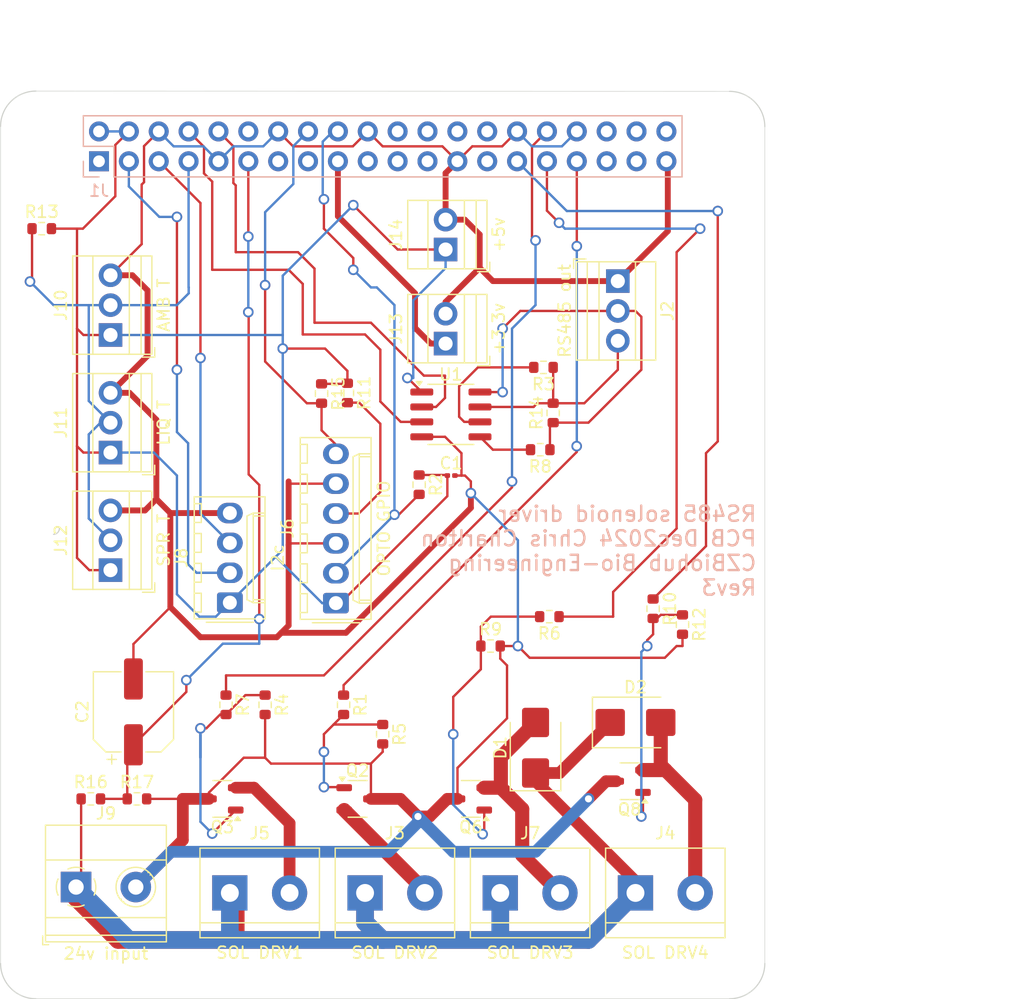
<source format=kicad_pcb>
(kicad_pcb (version 20240108) (generator "pcbnew") (generator_version "8.0")
  (title_block (date "15 nov 2012"))
  (layers (0 "F.Cu" signal) (31 "B.Cu" signal) (34 "B.Paste" user) (35 "F.Paste" user) (36 "B.SilkS" user "B.Silkscreen") (37 "F.SilkS" user "F.Silkscreen") (38 "B.Mask" user) (39 "F.Mask" user) (44 "Edge.Cuts" user))
  (net 0 "")
  (net 1 "GND")
  (net 2 "/GPIO2{slash}SDA1")
  (net 3 "/GPIO3{slash}SCL1")
  (net 4 "/GPIO4{slash}GPCLK0")
  (net 5 "/GPIO14{slash}TXD0")
  (net 6 "/GPIO15{slash}RXD0")
  (net 7 "/GPIO17")
  (net 8 "/GPIO18{slash}PCM.CLK")
  (net 9 "/GPIO27")
  (net 10 "/GPIO22")
  (net 11 "Net-(D1-A1)")
  (net 12 "/GPIO24")
  (net 13 "/GPIO10{slash}SPI0.MOSI")
  (net 14 "/GPIO9{slash}SPI0.MISO")
  (net 16 "/GPIO11{slash}SPI0.SCLK")
  (net 18 "/GPIO23")
  (net 19 "/ID_SDA")
  (net 20 "Net-(D1-A2)")
  (net 21 "/GPIO5")
  (net 23 "/GPIO12{slash}PWM0")
  (net 24 "/GPIO13{slash}PWM1")
  (net 25 "/GPIO16")
  (net 26 "/GPIO20{slash}PCM.DIN")
  (net 27 "/GPIO21{slash}PCM.DOUT")
  (net 28 "+5V")
  (net 29 "+3V3")
  (net 30 "Net-(Q3-G)")
  (net 31 "Net-(J5-Pin_2)")
  (net 32 "Net-(J2-Pin_3)")
  (net 33 "Net-(J2-Pin_2)")
  (net 34 "Net-(J1-Pin_33)")
  (net 36 "Net-(D2-A2)")
  (net 37 "Net-(J3-Pin_2)")
  (net 40 "Net-(Q2-G)")
  (net 41 "Net-(Q6-G)")
  (net 42 "Net-(Q8-G)")
  (net 43 "Net-(J6-Pin_4)")
  (net 44 "Net-(U1-Z)")
  (net 45 "Net-(U1-Y)")
  (footprint "Resistor_SMD:R_0603_1608Metric" (layer "F.Cu") (at 107.675 103)
    (property "Reference" "R16")
    (property "Value" "7.77k")
  )
  (footprint "Resistor_SMD:R_0603_1608Metric" (layer "F.Cu") (at 111.6 103)
    (property "Reference" "R17")
    (property "Value" "1.24k")
  )
  (footprint "MountingHole:MountingHole_2.7mm_M2.5" (layer "F.Cu") (at 161.5 47.5)
    (property "Reference" "MH2" (hide yes))
    (property "Value" "MountingHole_2.7mm_M2.5" (hide yes))
  )
  (footprint "TerminalBlock:TerminalBlock_bornier-2_P5.08mm" (layer "F.Cu") (at 131 111)
    (property "Reference" "J3")
    (property "Value" "SOL DRV2")
  )
  (footprint "Capacitor_SMD:CP_Elec_6.3x5.9" (layer "F.Cu") (at 111.3 95.6 90)
    (property "Reference" "C2")
    (property "Value" "27uF")
  )
  (footprint "Resistor_SMD:R_0603_1608Metric" (layer "F.Cu") (at 129.5 68.475 -90)
    (property "Reference" "R11")
    (property "Value" "250")
  )
  (footprint "TerminalBlock:TerminalBlock_Xinya_XY308-2.54-3P_1x03_P2.54mm_Horizontal" (layer "F.Cu") (at 109.35 73.545 90)
    (property "Reference" "J11")
    (property "Value" "LIQ T")
  )
  (footprint "Package_TO_SOT_SMD:SOT-23-3" (layer "F.Cu") (at 153.5 101.5 180)
    (property "Reference" "Q8")
    (property "Value" "06N06L")
  )
  (footprint "TerminalBlock:TerminalBlock_bornier-2_P5.08mm" (layer "F.Cu") (at 154 111)
    (property "Reference" "J4")
    (property "Value" "SOL DRV4")
  )
  (footprint "Resistor_SMD:R_0603_1608Metric" (layer "F.Cu") (at 145.9 73.3 180)
    (property "Reference" "R8")
    (property "Value" "0")
  )
  (footprint "Resistor_SMD:R_0603_1608Metric" (layer "F.Cu") (at 127.3 68.525 -90)
    (property "Reference" "R15")
    (property "Value" "30000")
  )
  (footprint "Connector_Molex:Molex_KK-254_AE-6410-06A_1x06_P2.54mm_Vertical" (layer "F.Cu") (at 128.52 86.35 90)
    (property "Reference" "J6")
    (property "Value" "OPTO GPIO")
  )
  (footprint "TerminalBlock:TerminalBlock_Xinya_XY308-2.54-3P_1x03_P2.54mm_Horizontal" (layer "F.Cu") (at 109.35 63.545 90)
    (property "Reference" "J10")
    (property "Value" "AMB T")
  )
  (footprint "Resistor_SMD:R_0603_1608Metric" (layer "F.Cu") (at 119.175 95 -90)
    (property "Reference" "R7")
    (property "Value" "390")
  )
  (footprint "Package_SO:SOIC-8_3.9x4.9mm_P1.27mm" (layer "F.Cu") (at 138.3 70.3)
    (property "Reference" "U1")
    (property "Value" "THVD1451D")
  )
  (footprint "TerminalBlock:TerminalBlock_bornier-2_P5.08mm" (layer "F.Cu") (at 119.5 111)
    (property "Reference" "J5")
    (property "Value" "SOL DRV1")
  )
  (footprint "Capacitor_SMD:C_0201_0603Metric" (layer "F.Cu") (at 138.32 75.5)
    (property "Reference" "C1")
    (property "Value" "0.1uF")
  )
  (footprint "Package_TO_SOT_SMD:SOT-23-3" (layer "F.Cu") (at 118.8625 103 180)
    (property "Reference" "Q3")
    (property "Value" "06N06L")
  )
  (footprint "Resistor_SMD:R_0603_1608Metric" (layer "F.Cu") (at 132.5 97.5 -90)
    (property "Reference" "R5")
    (property "Value" "10k")
  )
  (footprint "Resistor_SMD:R_0603_1608Metric" (layer "F.Cu") (at 122.5 95 -90)
    (property "Reference" "R4")
    (property "Value" "10k")
  )
  (footprint "Resistor_SMD:R_0603_1608Metric" (layer "F.Cu") (at 135.6 76.275 -90)
    (property "Reference" "R2")
    (property "Value" "30000")
  )
  (footprint "Resistor_SMD:R_0603_1608Metric" (layer "F.Cu") (at 155.5 86.825 -90)
    (property "Reference" "R10")
    (property "Value" "390")
  )
  (footprint "Resistor_SMD:R_0603_1608Metric" (layer "F.Cu") (at 103.5 54.5)
    (property "Reference" "R13")
    (property "Value" "3k")
  )
  (footprint "Package_TO_SOT_SMD:SOT-23-3" (layer "F.Cu") (at 140 103 180)
    (property "Reference" "Q6")
    (property "Value" "06N06L")
  )
  (footprint "MountingHole:MountingHole_2.7mm_M2.5" (layer "F.Cu") (at 103.5 96.5)
    (property "Reference" "MH3" (hide yes))
    (property "Value" "MountingHole_2.7mm_M2.5" (hide yes))
  )
  (footprint "TerminalBlock:TerminalBlock_Xinya_XY308-2.54-3P_1x03_P2.54mm_Horizontal" (layer "F.Cu") (at 109.35 83.545 90)
    (property "Reference" "J12")
    (property "Value" "SPR T")
  )
  (footprint "Resistor_SMD:R_0603_1608Metric" (layer "F.Cu") (at 147 70.175 90)
    (property "Reference" "R14")
    (property "Value" "220")
  )
  (footprint "TerminalBlock:TerminalBlock_Xinya_XY308-2.54-2P_1x02_P2.54mm_Horizontal" (layer "F.Cu") (at 137.85 64.275 90)
    (property "Reference" "J13")
    (property "Value" "+3.3v")
  )
  (footprint "TerminalBlock_Phoenix:TerminalBlock_Phoenix_MKDS-1,5-2-5.08_1x02_P5.08mm_Horizontal" (layer "F.Cu") (at 106.42 110.5)
    (property "Reference" "J9")
    (property "Value" "24v input")
  )
  (footprint "MountingHole:MountingHole_2.7mm_M2.5" (layer "F.Cu") (at 103.5 47.5)
    (property "Reference" "MH1" (hide yes))
    (property "Value" "MountingHole_2.7mm_M2.5" (hide yes))
  )
  (footprint "Resistor_SMD:R_0603_1608Metric" (layer "F.Cu") (at 129.175 95 -90)
    (property "Reference" "R1")
    (property "Value" "390")
  )
  (footprint "Diode_SMD:D_SMB" (layer "F.Cu") (at 145.5 98.65 90)
    (property "Reference" "D1")
    (property "Value" "SM6T56A")
  )
  (footprint "TerminalBlock:TerminalBlock_bornier-2_P5.08mm" (layer "F.Cu") (at 142.5 111)
    (property "Reference" "J7")
    (property "Value" "SOL DRV3")
  )
  (footprint "Diode_SMD:D_SMB" (layer "F.Cu") (at 154 96.5)
    (property "Reference" "D2")
    (property "Value" "SM6T56A")
  )
  (footprint "Resistor_SMD:R_0603_1608Metric" (layer "F.Cu") (at 158 88.175 -90)
    (property "Reference" "R12")
    (property "Value" "10k")
  )
  (footprint "Connector_Molex:Molex_KK-254_AE-6410-04A_1x04_P2.54mm_Vertical" (layer "F.Cu") (at 119.5 86.31 90)
    (property "Reference" "J8")
    (property "Value" "I2c")
  )
  (footprint "MountingHole:MountingHole_2.7mm_M2.5" (layer "F.Cu") (at 161.5 96.5)
    (property "Reference" "MH4" (hide yes))
    (property "Value" "MountingHole_2.7mm_M2.5" (hide yes))
  )
  (footprint "Resistor_SMD:R_0603_1608Metric" (layer "F.Cu") (at 146.175 66.3 180)
    (property "Reference" "R3")
    (property "Value" "0")
  )
  (footprint "Resistor_SMD:R_0603_1608Metric" (layer "F.Cu") (at 141.675 90)
    (property "Reference" "R9")
    (property "Value" "10k")
  )
  (footprint "Resistor_SMD:R_0603_1608Metric" (layer "F.Cu") (at 146.675 87.5 180)
    (property "Reference" "R6")
    (property "Value" "390")
  )
  (footprint "Package_TO_SOT_SMD:SOT-23-3" (layer "F.Cu") (at 130.3625 103)
    (property "Reference" "Q2")
    (property "Value" "06N06L")
  )
  (footprint "TerminalBlock:TerminalBlock_Xinya_XY308-2.54-2P_1x02_P2.54mm_Horizontal" (layer "F.Cu") (at 137.85 56.275 90)
    (property "Reference" "J14")
    (property "Value" "+5v")
  )
  (footprint "TerminalBlock:TerminalBlock_Xinya_XY308-2.54-3P_1x03_P2.54mm_Horizontal" (layer "F.Cu") (at 152.5 58.96 -90)
    (property "Reference" "J2")
    (property "Value" "RS485 out")
  )
  (footprint "Connector_PinSocket_2.54mm:PinSocket_2x20_P2.54mm_Vertical" (layer "B.Cu") (at 108.37 48.77 -90)
    (property "Reference" "J1")
    (property "Value" "GPIO")
  )
  (gr_arc (start 165.000001 117.000001) (mid 164.121321 119.121321) (end 162.000001 120.000001) (stroke (width 0.1)) (layer "Edge.Cuts"))
  (gr_arc (start 100 45.8) (mid 100.87868 43.67868) (end 103 42.8) (stroke (width 0.1)) (layer "Edge.Cuts"))
  (gr_arc (start 103 120) (mid 100.87868 119.12132) (end 100 117) (stroke (width 0.1)) (layer "Edge.Cuts"))
  (gr_line (start 162.000001 42.82132) (end 103 42.8) (stroke (width 0.05)) (layer "Edge.Cuts"))
  (gr_line (start 162 120) (end 103 120) (stroke (width 0.05)) (layer "Edge.Cuts"))
  (gr_line (start 165.000001 45.82132) (end 165 117) (stroke (width 0.05)) (layer "Edge.Cuts"))
  (gr_arc (start 162.000001 42.82132) (mid 164.121321 43.7) (end 165.000001 45.82132) (stroke (width 0.1)) (layer "Edge.Cuts"))
  (gr_line (start 100 45.8) (end 100 117) (stroke (width 0.05)) (layer "Edge.Cuts"))
  (gr_arc (start 105 80) (mid 104.853553 80.353553) (end 104.5 80.5) (stroke (width 0.1)) (layer "Edge.Cuts"))
  (gr_text "RS485 solenoid driver \nPCB Dec2024 Chris Charlton\nCZBiohub Bio-Engineering\nRev3" (at 164.4 85.8 0) (layer "B.SilkS") (effects (font (size 1.3 1.3) (thickness 0.2)) (justify left bottom mirror)))
  (segment (start 142.5 91.075) (end 142.5 90) (width 0.2) (layer "F.Cu") (net 1))
  (segment (start 134 103) (end 131.5 103) (width 1) (layer "F.Cu") (net 1))
  (segment (start 131.5 100) (end 132.5 99) (width 0.2) (layer "F.Cu") (net 1))
  (segment (start 114.44 78.69) (end 114.44 86.69) (width 0.5) (layer "F.Cu") (net 1))
  (segment (start 123.875 88.875) (end 129.375 88.875) (width 0.5) (layer "F.Cu") (net 1))
  (segment (start 112 55.815) (end 109.35 58.465) (width 0.2) (layer "F.Cu") (net 1))
  (segment (start 111.5 110.5) (end 115.5 106.5) (width 1) (layer "F.Cu") (net 1))
  (segment (start 139.485 53.735) (end 140.75 55) (width 0.5) (layer "F.Cu") (net 1))
  (segment (start 140 77) (end 140 76) (width 0.2) (layer "F.Cu") (net 1))
  (segment (start 109.35 68.465) (end 110.965 68.465) (width 0.5) (layer "F.Cu") (net 1))
  (segment (start 124.63 81.27) (end 124.5 81.4) (width 0.2) (layer "F.Cu") (net 1))
  (segment (start 123.5 89.25) (end 123.875 88.875) (width 0.5) (layer "F.Cu") (net 1))
  (segment (start 139.2 75.5) (end 139.5 75.5) (width 0.2) (layer "F.Cu") (net 1))
  (segment (start 117.725 102.456262) (end 120.681262 99.5) (width 0.2) (layer "F.Cu") (net 1))
  (segment (start 113.45 46.23) (end 112.2 47.48) (width 0.2) (layer "F.Cu") (net 1))
  (segment (start 117 89.25) (end 123.5 89.25) (width 0.5) (layer "F.Cu") (net 1))
  (segment (start 124.5 81.4) (end 124.5 76) (width 0.5) (layer "F.Cu") (net 1))
  (segment (start 138.8625 100.3625) (end 143.075 96.15) (width 0.2) (layer "F.Cu") (net 1))
  (segment (start 114.44 78.69) (end 119.5 78.69) (width 0.5) (layer "F.Cu") (net 1))
  (segment (start 111.3 92.8) (end 111.3 89.83) (width 0.2) (layer "F.Cu") (net 1))
  (segment (start 123.61 46.23) (end 124.88 47.5) (width 0.2) (layer "F.Cu") (net 1))
  (segment (start 137.85 60.735) (end 140.75 57.835) (width 0.5) (layer "F.Cu") (net 1))
  (segment (start 112.5 65.315) (end 109.35 68.465) (width 0.5) (layer "F.Cu") (net 1))
  (segment (start 110.965 68.465) (end 113.25 70.75) (width 0.5) (layer "F.Cu") (net 1))
  (segment (start 115.5 106.5) (end 115.5 103) (width 1) (layer "F.Cu") (net 1))
  (segment (start 150 103) (end 151.5 101.5) (width 1) (layer "F.Cu") (net 1))
  (segment (start 120.681262 99.5) (end 122.5 99.5) (width 0.2) (layer "F.Cu") (net 1))
  (segment (start 128.52 76.19) (end 124.69 76.19) (width 0.2) (layer "F.Cu") (net 1))
  (segment (start 140 78.25) (end 140 77) (width 0.5) (layer "F.Cu") (net 1))
  (segment (start 113.25 70.75) (end 113.25 77.5) (width 0.5) (layer "F.Cu") (net 1))
  (segment (start 138 103) (end 138.8625 103) (width 1) (layer "F.Cu") (net 1))
  (segment (start 112.285 78.465) (end 109.35 78.465) (width 0.5) (layer "F.Cu") (net 1))
  (segment (start 122.5 99.5) (end 122.5 95.825) (width 0.2) (layer "F.Cu") (net 1))
  (segment (start 111.215 58.465) (end 112.5 59.75) (width 0.5) (layer "F.Cu") (net 1))
  (segment (start 140 76) (end 139.5 75.5) (width 0.2) (layer "F.Cu") (net 1))
  (segment (start 113.25 77.5) (end 114.44 78.69) (width 0.5) (layer "F.Cu") (net 1))
  (segment (start 112.425 103) (end 115.5 103) (width 0.2) (layer "F.Cu") (net 1))
  (segment (start 123 100) (end 122.5 99.5) (width 0.2) (layer "F.Cu") (net 1))
  (segment (start 137.85 49.77) (end 138.85 48.77) (width 0.5) (layer "F.Cu") (net 1))
  (segment (start 156.75 48.89) (end 156.63 48.77) (width 0.5) (layer "F.Cu") (net 1))
  (segment (start 132.5 47.5) (end 137.58 47.5) (width 0.2) (layer "F.Cu") (net 1))
  (segment (start 142.5 90) (end 144 90) (width 0.2) (layer "F.Cu") (net 1))
  (segment (start 152.5 58.96) (end 156.75 54.71) (width 0.5) (layer "F.Cu") (net 1))
  (segment (start 129.96 47.5) (end 131.23 46.23) (width 0.2) (layer "F.Cu") (net 1))
  (segment (start 137.805 72.205) (end 139.2 73.6) (width 0.2) (layer "F.Cu") (net 1))
  (segment (start 115.5 103) (end 117.725 103) (width 1) (layer "F.Cu") (net 1))
  (segment (start 157.5 90) (end 158 90) (width 0.2) (layer "F.Cu") (net 1))
  (segment (start 151.5 101.5) (end 152.3625 101.5) (width 1) (layer "F.Cu") (net 1))
  (segment (start 135.5 104.5) (end 136.5 104.5) (width 1) (layer "F.Cu") (net 1))
  (segment (start 140.75 57.835) (end 140.75 55) (width 0.5) (layer "F.Cu") (net 1))
  (segment (start 112.2 47.48) (end 112.2 50.55) (width 0.2) (layer "F.Cu") (net 1))
  (segment (start 142.66 47.5) (end 143.93 46.23) (width 0.2) (layer "F.Cu") (net 1))
  (segment (start 117.725 103) (end 117.725 102.456262) (width 0.2) (layer "F.Cu") (net 1))
  (segment (start 138.8625 103) (end 138.8625 100.3625) (width 0.2) (layer "F.Cu") (net 1))
  (segment (start 137.58 47.5) (end 138.85 48.77) (width 0.2) (layer "F.Cu") (net 1))
  (segment (start 135.825 72.205) (end 137.805 72.205) (width 0.2) (layer "F.Cu") (net 1))
  (segment (start 158 90) (end 158 89) (width 0.2) (layer "F.Cu") (net 1))
  (segment (start 138.64 75.5) (end 139.2 75.5) (width 0.2) (layer "F.Cu") (net 1))
  (segment (start 140.75 57.835) (end 141.875 58.96) (width 0.5) (layer "F.Cu") (net 1))
  (segment (start 131.5 103) (end 131.5 100) (width 0.2) (layer "F.Cu") (net 1))
  (segment (start 111.3 89.83) (end 114.44 86.69) (width 0.2) (layer "F.Cu") (net 1))
  (segment (start 144 90) (end 145 91) (width 0.2) (layer "F.Cu") (net 1))
  (segment (start 141.875 58.96) (end 152.5 58.96) (width 0.5) (layer "F.Cu") (net 1))
  (segment (start 137.85 61.735) (end 137.85 60.735) (width 0.5) (layer "F.Cu") (net 1))
  (segment (start 137.85 53.735) (end 139.485 53.735) (width 0.5) (layer "F.Cu") (net 1))
  (segment (start 124.88 47.5) (end 129.96 47.5) (width 0.2) (layer "F.Cu") (net 1))
  (segment (start 112.2 50.55) (end 112 50.75) (width 0.2) (layer "F.Cu") (net 1))
  (segment (start 136.5 104.5) (end 138 103) (width 1) (layer "F.Cu") (net 1))
  (segment (start 131.23 46.23) (end 132.5 47.5) (width 0.2) (layer "F.Cu") (net 1))
  (segment (start 156.5 91) (end 157.5 90) (width 0.2) (layer "F.Cu") (net 1))
  (segment (start 123.875 88.875) (end 124.5 88.25) (width 0.5) (layer "F.Cu") (net 1))
  (segment (start 112 50.75) (end 112 55.815) (width 0.2) (layer "F.Cu") (net 1))
  (segment (start 137.85 53.735) (end 137.85 49.77) (width 0.5) (layer "F.Cu") (net 1))
  (segment (start 139.2 73.6) (end 139.2 75.5) (width 0.2) (layer "F.Cu") (net 1))
  (segment (start 143.075 96.15) (end 143.075 91.65) (width 0.2) (layer "F.Cu") (net 1))
  (segment (start 112.5 59.75) (end 112.5 65.315) (width 0.5) (layer "F.Cu") (net 1))
  (segment (start 128.52 81.27) (end 124.63 81.27) (width 0.2) (layer "F.Cu") (net 1))
  (segment (start 109.35 58.465) (end 111.215 58.465) (width 0.5) (layer "F.Cu") (net 1))
  (segment (start 156.75 54.71) (end 156.75 48.89) (width 0.5) (layer "F.Cu") (net 1))
  (segment (start 135.5 104.5) (end 134 103) (width 1) (layer "F.Cu") (net 1))
  (segment (start 124.5 88.25) (end 124.5 81.4) (width 0.5) (layer "F.Cu") (net 1))
  (segment (start 140.12 47.5) (end 142.66 47.5) (width 0.2) (layer "F.Cu") (net 1))
  (segment (start 145 91) (end 156.5 91) (width 0.2) (layer "F.Cu") (net 1))
  (segment (start 138.85 48.77) (end 140.12 47.5) (width 0.2) (layer "F.Cu") (net 1))
  (segment (start 131.5 100) (end 123 100) (width 0.2) (layer "F.Cu") (net 1))
  (segment (start 114.44 86.69) (end 117 89.25) (width 0.5) (layer "F.Cu") (net 1))
  (segment (start 143.075 91.65) (end 142.5 91.075) (width 0.2) (layer "F.Cu") (net 1))
  (segment (start 113.25 77.5) (end 112.285 78.465) (width 0.5) (layer "F.Cu") (net 1))
  (segment (start 124.69 76.19) (end 124.5 76) (width 0.2) (layer "F.Cu") (net 1))
  (segment (start 129.375 88.875) (end 140 78.25) (width 0.5) (layer "F.Cu") (net 1))
  (segment (start 132.5 99) (end 132.5 98.325) (width 0.2) (layer "F.Cu") (net 1))
  (via (at 140 77) (size 0.9) (drill 0.6) (layers "F.Cu" "B.Cu") (net 1))
  (via (at 135.5 104.5) (size 0.9) (drill 0.6) (layers "F.Cu" "B.Cu") (net 1))
  (via (at 144 90) (size 0.9) (drill 0.6) (layers "F.Cu" "B.Cu") (net 1))
  (via (at 150 103) (size 0.9) (drill 0.6) (layers "F.Cu" "B.Cu") (net 1))
  (segment (start 133 107.5) (end 135.5 105) (width 1) (layer "B.Cu") (net 1))
  (segment (start 135.5 105) (end 135.5 104.5) (width 1) (layer "B.Cu") (net 1))
  (segment (start 143.93 46.23) (end 145.2 47.5) (width 0.2) (layer "B.Cu") (net 1))
  (segment (start 117.26 47.5) (end 118.53 48.77) (width 0.2) (layer "B.Cu") (net 1))
  (segment (start 118.53 48.77) (end 119.8 47.5) (width 0.2) (layer "B.Cu") (net 1))
  (segment (start 144 90) (end 144 81) (width 0.2) (layer "B.Cu") (net 1))
  (segment (start 113.45 46.23) (end 114.72 47.5) (width 0.2) (layer "B.Cu") (net 1))
  (segment (start 144 81) (end 140 77) (width 0.2) (layer "B.Cu") (net 1))
  (segment (start 114.72 47.5) (end 117.26 47.5) (width 0.2) (layer "B.Cu") (net 1))
  (segment (start 147.74 47.5) (end 149.01 46.23) (width 0.2) (layer "B.Cu") (net 1))
  (segment (start 114.5 107.5) (end 133 107.5) (width 1) (layer "B.Cu") (net 1))
  (segment (start 111.5 110.5) (end 114.5 107.5) (width 1) (layer "B.Cu") (net 1))
  (segment (start 145.2 47.5) (end 147.74 47.5) (width 0.2) (layer "B.Cu") (net 1))
  (segment (start 122.34 47.5) (end 123.61 46.23) (width 0.2) (layer "B.Cu") (net 1))
  (segment (start 119.8 47.5) (end 122.34 47.5) (width 0.2) (layer "B.Cu") (net 1))
  (segment (start 145.5 107.5) (end 150 103) (width 1) (layer "B.Cu") (net 1))
  (segment (start 138.5 107.5) (end 145.5 107.5) (width 1) (layer "B.Cu") (net 1))
  (segment (start 135.5 104.5) (end 138.5 107.5) (width 1) (layer "B.Cu") (net 1))
  (segment (start 115 66.5) (end 115 53.5) (width 0.2) (layer "F.Cu") (net 2))
  (via (at 115 66.5) (size 0.9) (drill 0.6) (layers "F.Cu" "B.Cu") (net 2))
  (via (at 115 53.5) (size 0.9) (drill 0.6) (layers "F.Cu" "B.Cu") (net 2))
  (segment (start 115 53.5) (end 113.5 53.5) (width 0.2) (layer "B.Cu") (net 2))
  (segment (start 115 71.8) (end 115 66.5) (width 0.2) (layer "B.Cu") (net 2))
  (segment (start 115.95 72.75) (end 115 71.8) (width 0.2) (layer "B.Cu") (net 2))
  (segment (start 113.5 53.5) (end 110.91 50.91) (width 0.2) (layer "B.Cu") (net 2))
  (segment (start 115.95 83.05) (end 115.95 72.75) (width 0.2) (layer "B.Cu") (net 2))
  (segment (start 110.91 50.91) (end 110.91 48.77) (width 0.2) (layer "B.Cu") (net 2))
  (segment (start 116.67 83.77) (end 115.95 83.05) (width 0.2) (layer "B.Cu") (net 2))
  (segment (start 119.5 83.77) (end 116.67 83.77) (width 0.2) (layer "B.Cu") (net 2))
  (segment (start 117 65.5) (end 117 52.32) (width 0.2) (layer "F.Cu") (net 3))
  (segment (start 117 52.32) (end 113.45 48.77) (width 0.2) (layer "F.Cu") (net 3))
  (via (at 117 65.5) (size 0.9) (drill 0.6) (layers "F.Cu" "B.Cu") (net 3))
  (segment (start 117 78.73) (end 117 65.5) (width 0.2) (layer "B.Cu") (net 3))
  (segment (start 119.5 81.23) (end 117 78.73) (width 0.2) (layer "B.Cu") (net 3))
  (segment (start 102.675 58.825) (end 102.675 54.5) (width 0.2) (layer "F.Cu") (net 4))
  (segment (start 102.5 59) (end 102.675 58.825) (width 0.2) (layer "F.Cu") (net 4))
  (via (at 102.5 59) (size 0.9) (drill 0.6) (layers "F.Cu" "B.Cu") (net 4))
  (segment (start 107.5 79.155) (end 109.35 81.005) (width 0.2) (layer "B.Cu") (net 4))
  (segment (start 107.5 61.005) (end 104.505 61.005) (width 0.2) (layer "B.Cu") (net 4))
  (segment (start 104.505 61.005) (end 102.5 59) (width 0.2) (layer "B.Cu") (net 4))
  (segment (start 109.35 61.005) (end 107.5 61.005) (width 0.2) (layer "B.Cu") (net 4))
  (segment (start 115.99 59.49) (end 115.99 48.77) (width 0.2) (layer "B.Cu") (net 4))
  (segment (start 114.995 61.005) (end 116 60) (width 0.2) (layer "B.Cu") (net 4))
  (segment (start 109.35 71.005) (end 107.5 69.155) (width 0.2) (layer "B.Cu") (net 4))
  (segment (start 107.5 69.155) (end 107.5 61.005) (width 0.2) (layer "B.Cu") (net 4))
  (segment (start 116 60) (end 116 59.5) (width 0.2) (layer "B.Cu") (net 4))
  (segment (start 109.35 71.005) (end 108.495 71.005) (width 0.2) (layer "B.Cu") (net 4))
  (segment (start 107.5 72) (end 107.5 79.155) (width 0.2) (layer "B.Cu") (net 4))
  (segment (start 109.35 61.005) (end 114.995 61.005) (width 0.2) (layer "B.Cu") (net 4))
  (segment (start 108.495 71.005) (end 107.5 72) (width 0.2) (layer "B.Cu") (net 4))
  (segment (start 116 59.5) (end 115.99 59.49) (width 0.2) (layer "B.Cu") (net 4))
  (segment (start 125.7 59.2) (end 125.7 63.5) (width 0.2) (layer "F.Cu") (net 5))
  (segment (start 124.5 58) (end 125.7 59.2) (width 0.2) (layer "F.Cu") (net 5))
  (segment (start 118 50.5) (end 118 58) (width 0.2) (layer "F.Cu") (net 5))
  (segment (start 134.035 70.935) (end 135.825 70.935) (width 0.2) (layer "F.Cu") (net 5))
  (segment (start 118 58) (end 124.5 58) (width 0.2) (layer "F.Cu") (net 5))
  (segment (start 115.99 46.23) (end 117.3 47.54) (width 0.2) (layer "F.Cu") (net 5))
  (segment (start 125.7 63.5) (end 131 63.5) (width 0.2) (layer "F.Cu") (net 5))
  (segment (start 131 63.5) (end 132.3 64.8) (width 0.2) (layer "F.Cu") (net 5))
  (segment (start 117.3 47.54) (end 117.3 49.8) (width 0.2) (layer "F.Cu") (net 5))
  (segment (start 132.3 69.2) (end 134.035 70.935) (width 0.2) (layer "F.Cu") (net 5))
  (segment (start 132.3 64.8) (end 132.3 69.2) (width 0.2) (layer "F.Cu") (net 5))
  (segment (start 117.3 49.8) (end 118 50.5) (width 0.2) (layer "F.Cu") (net 5))
  (segment (start 125.3 56.5) (end 126.7 57.9) (width 0.2) (layer "F.Cu") (net 6))
  (segment (start 120 50.82) (end 120 56.5) (width 0.2) (layer "F.Cu") (net 6))
  (segment (start 131.5 62.5) (end 136 67) (width 0.2) (layer "F.Cu") (net 6))
  (segment (start 137.035 69.665) (end 135.825 69.665) (width 0.2) (layer "F.Cu") (net 6))
  (segment (start 137.8 68.9) (end 137.035 69.665) (width 0.2) (layer "F.Cu") (net 6))
  (segment (start 126.7 57.9) (end 126.7 62.5) (width 0.2) (layer "F.Cu") (net 6))
  (segment (start 120 56.5) (end 125.3 56.5) (width 0.2) (layer "F.Cu") (net 6))
  (segment (start 119.8 47.5) (end 119.8 50.62) (width 0.2) (layer "F.Cu") (net 6))
  (segment (start 119.8 50.62) (end 120 50.82) (width 0.2) (layer "F.Cu") (net 6))
  (segment (start 137.8 67) (end 137.8 68.9) (width 0.2) (layer "F.Cu") (net 6))
  (segment (start 126.7 62.5) (end 131.5 62.5) (width 0.2) (layer "F.Cu") (net 6))
  (segment (start 118.53 46.23) (end 119.8 47.5) (width 0.2) (layer "F.Cu") (net 6))
  (segment (start 136 67) (end 137.8 67) (width 0.2) (layer "F.Cu") (net 6))
  (segment (start 121.1 61.63) (end 121.1 75.4) (width 0.2) (layer "F.Cu") (net 7))
  (segment (start 110.775 103) (end 110.775 98.925) (width 0.2) (layer "F.Cu") (net 7))
  (segment (start 121.1 75.4) (end 122 76.3) (width 0.2) (layer "F.Cu") (net 7))
  (segment (start 110.775 98.925) (end 111.3 98.4) (width 0.2) (layer "F.Cu") (net 7))
  (segment (start 121.07 61.6) (end 121.1 61.63) (width 0.2) (layer "F.Cu") (net 7))
  (segment (start 115.8 93.9) (end 115.8 92.9) (width 0.2) (layer "F.Cu") (net 7))
  (segment (start 121.07 48.77) (end 121.07 55.17) (width 0.2) (layer "F.Cu") (net 7))
  (segment (start 108.5 103) (end 110.775 103) (width 0.2) (layer "F.Cu") (net 7))
  (segment (start 111.3 98.4) (end 115.8 93.9) (width 0.2) (layer "F.Cu") (net 7))
  (segment (start 122 76.3) (end 122 87.7) (width 0.2) (layer "F.Cu") (net 7))
  (via (at 115.8 92.9) (size 0.9) (drill 0.6) (layers "F.Cu" "B.Cu") (net 7))
  (via (at 121.07 55.17) (size 0.9) (drill 0.6) (layers "F.Cu" "B.Cu") (net 7))
  (via (at 121.07 61.6) (size 0.9) (drill 0.6) (layers "F.Cu" "B.Cu") (net 7))
  (via (at 122 87.7) (size 0.9) (drill 0.6) (layers "F.Cu" "B.Cu") (net 7))
  (segment (start 121.07 61.6) (end 121.07 55.17) (width 0.2) (layer "B.Cu") (net 7))
  (segment (start 122 89.8) (end 118.9 89.8) (width 0.2) (layer "B.Cu") (net 7))
  (segment (start 122 87.7) (end 122 89.8) (width 0.2) (layer "B.Cu") (net 7))
  (segment (start 118.9 89.8) (end 115.8 92.9) (width 0.2) (layer "B.Cu") (net 7))
  (segment (start 120 115) (end 132.5 115) (width 1.5) (layer "F.Cu") (net 11))
  (segment (start 110 115) (end 120 115) (width 1.5) (layer "F.Cu") (net 11))
  (segment (start 131 113.5) (end 131 111) (width 1.5) (layer "F.Cu") (net 11))
  (segment (start 145.5 101.5) (end 154 110) (width 1) (layer "F.Cu") (net 11))
  (segment (start 106.85 103) (end 106.85 110.07) (width 0.2) (layer "F.Cu") (net 11))
  (segment (start 132.5 115) (end 142.5 115) (width 1.5) (layer "F.Cu") (net 11))
  (segment (start 142.5 115) (end 150 115) (width 1.5) (layer "F.Cu") (net 11))
  (segment (start 120 111.5) (end 119.5 111) (width 1.5) (layer "F.Cu") (net 11))
  (segment (start 106.42 111.42) (end 110 115) (width 1.5) (layer "F.Cu") (net 11))
  (segment (start 150 115) (end 154 111) (width 1.5) (layer "F.Cu") (net 11))
  (segment (start 145.5 100.8) (end 147.55 100.8) (width 1) (layer "F.Cu") (net 11))
  (segment (start 147.55 100.8) (end 151.85 96.5) (width 1) (layer "F.Cu") (net 11))
  (segment (start 154 110) (end 154 111) (width 1) (layer "F.Cu") (net 11))
  (segment (start 106.85 110.07) (end 106.42 110.5) (width 0.2) (layer "F.Cu") (net 11))
  (segment (start 145.5 100.8) (end 145.5 101.5) (width 1) (layer "F.Cu") (net 11))
  (segment (start 106.42 110.5) (end 106.42 111.42) (width 1.5) (layer "F.Cu") (net 11))
  (segment (start 142.5 115) (end 142.5 111) (width 1.5) (layer "F.Cu") (net 11))
  (segment (start 132.5 115) (end 131 113.5) (width 1.5) (layer "F.Cu") (net 11))
  (segment (start 120 115) (end 120 111.5) (width 1.5) (layer "F.Cu") (net 11))
  (segment (start 106.42 110.5) (end 110.92 115) (width 1.5) (layer "B.Cu") (net 11))
  (segment (start 120 115) (end 119.5 114.5) (width 1.5) (layer "B.Cu") (net 11))
  (segment (start 142.5 115) (end 150 115) (width 1.5) (layer "B.Cu") (net 11))
  (segment (start 110.92 115) (end 120 115) (width 1.5) (layer "B.Cu") (net 11))
  (segment (start 120 115) (end 132.5 115) (width 1.5) (layer "B.Cu") (net 11))
  (segment (start 131 113.5) (end 131 111) (width 1.5) (layer "B.Cu") (net 11))
  (segment (start 150 115) (end 154 111) (width 1.5) (layer "B.Cu") (net 11))
  (segment (start 142.5 115) (end 142.5 111) (width 1.5) (layer "B.Cu") (net 11))
  (segment (start 119.5 114.5) (end 119.5 111) (width 1.5) (layer "B.Cu") (net 11))
  (segment (start 132.5 115) (end 131 113.5) (width 1.5) (layer "B.Cu") (net 11))
  (segment (start 132.5 115) (end 142.5 115) (width 1.5) (layer "B.Cu") (net 11))
  (segment (start 130 57) (end 130 58) (width 0.2) (layer "F.Cu") (net 12))
  (segment (start 133.9 78.8) (end 133.5 78.8) (width 0.2) (layer "F.Cu") (net 12))
  (segment (start 127.5 54.5) (end 127.5 52) (width 0.2) (layer "F.Cu") (net 12))
  (segment (start 135.6 77.1) (end 133.9 78.8) (width 0.2) (layer "F.Cu") (net 12))
  (segment (start 127.5 54.5) (end 130 57) (width 0.2) (layer "F.Cu") (net 12))
  (via (at 133.5 78.83) (size 0.9) (drill 0.6) (layers "F.Cu" "B.Cu") (net 12))
  (via (at 130 58) (size 0.9) (drill 0.6) (layers "F.Cu" "B.Cu") (net 12))
  (via (at 127.5 52) (size 0.9) (drill 0.6) (layers "F.Cu" "B.Cu") (net 12))
  (segment (start 132 59.5) (end 131.5 59.5) (width 0.2) (layer "B.Cu") (net 12))
  (segment (start 128.52 83.81) (end 133.415 78.915) (width 0.2) (layer "B.Cu") (net 12))
  (segment (start 127.4 47.1) (end 127.4 51.9) (width 0.2) (layer "B.Cu") (net 12))
  (segment (start 133.5 61) (end 132 59.5) (width 0.2) (layer "B.Cu") (net 12))
  (segment (start 128.69 46.23) (end 128.27 46.23) (width 0.2) (layer "B.Cu") (net 12))
  (segment (start 127.4 51.9) (end 127.5 52) (width 0.2) (layer "B.Cu") (net 12))
  (segment (start 131.5 59.5) (end 130 58) (width 0.2) (layer "B.Cu") (net 12))
  (segment (start 128.27 46.23) (end 127.4 47.1) (width 0.2) (layer "B.Cu") (net 12))
  (segment (start 133.5 78.83) (end 133.5 61) (width 0.2) (layer "B.Cu") (net 12))
  (segment (start 133.415 78.915) (end 133.5 78.83) (width 0.2) (layer "B.Cu") (net 12))
  (segment (start 127.3 69.35) (end 126.05 69.35) (width 0.2) (layer "F.Cu") (net 18))
  (segment (start 122.5 65.8) (end 122.5 59.3) (width 0.2) (layer "F.Cu") (net 18))
  (segment (start 127.3 69.35) (end 127.3 71.652183) (width 0.2) (layer "F.Cu") (net 18))
  (segment (start 126.05 69.35) (end 122.5 65.8) (width 0.2) (layer "F.Cu") (net 18))
  (segment (start 127.3 71.652183) (end 128.908909 73.261092) (width 0.2) (layer "F.Cu") (net 18))
  (via (at 122.5 59.3) (size 0.9) (drill 0.6) (layers "F.Cu" "B.Cu") (net 18))
  (segment (start 124.9 47.48) (end 126.15 46.23) (width 0.2) (layer "B.Cu") (net 18))
  (segment (start 124.9 50.7) (end 124.9 47.48) (width 0.2) (layer "B.Cu") (net 18))
  (segment (start 122.5 59.3) (end 122.5 53.1) (width 0.2) (layer "B.Cu") (net 18))
  (segment (start 122.5 53.1) (end 124.9 50.7) (width 0.2) (layer "B.Cu") (net 18))
  (segment (start 142.55 102.05) (end 144.365256 103.865256) (width 1.2) (layer "F.Cu") (net 20))
  (segment (start 142.55 102.05) (end 142.55 99.45) (width 1.2) (layer "F.Cu") (net 20))
  (segment (start 144.365256 107.785256) (end 147.58 111) (width 1.2) (layer "F.Cu") (net 20))
  (segment (start 141.1375 102.05) (end 142.55 102.05) (width 1.2) (layer "F.Cu") (net 20))
  (segment (start 144.365256 103.865256) (end 144.365256 107.785256) (width 1.2) (layer "F.Cu") (net 20))
  (segment (start 142.55 99.45) (end 145.5 96.5) (width 1.2) (layer "F.Cu") (net 20))
  (segment (start 160 81.5) (end 155.5 86) (width 0.2) (layer "F.Cu") (net 21))
  (segment (start 160 73.594448) (end 160 81.5) (width 0.2) (layer "F.Cu") (net 21))
  (segment (start 161 53) (end 161 72.594448) (width 0.2) (layer "F.Cu") (net 21))
  (segment (start 161 72.594448) (end 160 73.594448) (width 0.2) (layer "F.Cu") (net 21))
  (via (at 161 53) (size 0.9) (drill 0.6) (layers "F.Cu" "B.Cu") (net 21))
  (segment (start 161 53) (end 148.16 53) (width 0.2) (layer "B.Cu") (net 21))
  (segment (start 148.16 53) (end 143.93 48.77) (width 0.2) (layer "B.Cu") (net 21))
  (segment (start 145.2 55.2) (end 145.2 47.5) (width 0.2) (layer "F.Cu") (net 23))
  (segment (start 119.175 92.5) (end 127.5 92.5) (width 0.2) (layer "F.Cu") (net 23))
  (segment (start 145.2 47.5) (end 146.47 46.23) (width 0.2) (layer "F.Cu") (net 23))
  (segment (start 127.5 92.5) (end 143.5 76.5) (width 0.2) (layer "F.Cu") (net 23))
  (segment (start 143.5 76.5) (end 143.5 76) (width 0.2) (layer "F.Cu") (net 23))
  (segment (start 119.175 94.175) (end 119.175 92.5) (width 0.2) (layer "F.Cu") (net 23))
  (segment (start 145.5 55.5) (end 145.2 55.2) (width 0.2) (layer "F.Cu") (net 23))
  (via (at 143.5 76) (size 0.9) (drill 0.6) (layers "F.Cu" "B.Cu") (net 23))
  (via (at 145.5 55.5) (size 0.9) (drill 0.6) (layers "F.Cu" "B.Cu") (net 23))
  (segment (start 143.5 63) (end 145.5 61) (width 0.2) (layer "B.Cu") (net 23))
  (segment (start 145.5 61) (end 145.5 55.5) (width 0.2) (layer "B.Cu") (net 23))
  (segment (start 143.5 76) (end 143.5 63) (width 0.2) (layer "B.Cu") (net 23))
  (segment (start 152.1 87.5) (end 152.1 85.4) (width 0.2) (layer "F.Cu") (net 24))
  (segment (start 157.5 56.5) (end 159.5 54.5) (width 0.2) (layer "F.Cu") (net 24))
  (segment (start 146.47 52.97) (end 147.5 54) (width 0.2) (layer "F.Cu") (net 24))
  (segment (start 152.1 85.4) (end 157.5 80) (width 0.2) (layer "F.Cu") (net 24))
  (segment (start 157.5 80) (end 157.5 56.5) (width 0.2) (layer "F.Cu") (net 24))
  (segment (start 146.47 48.77) (end 146.47 52.97) (width 0.2) (layer "F.Cu") (net 24))
  (segment (start 147.5 87.5) (end 152.1 87.5) (width 0.2) (layer "F.Cu") (net 24))
  (via (at 159.5 54.5) (size 0.9) (drill 0.6) (layers "F.Cu" "B.Cu") (net 24))
  (via (at 147.5 54) (size 0.9) (drill 0.6) (layers "F.Cu" "B.Cu") (net 24))
  (segment (start 148 54.5) (end 159.5 54.5) (width 0.2) (layer "B.Cu") (net 24))
  (segment (start 147.5 54) (end 148 54.5) (width 0.2) (layer "B.Cu") (net 24))
  (segment (start 106.5 82.5) (end 106.5 73) (width 0.2) (layer "F.Cu") (net 28))
  (segment (start 128.52 86.35) (end 128.9 86.35) (width 0.2) (layer "F.Cu") (net 28))
  (segment (start 133.775 56.275) (end 137.85 56.275) (width 0.2) (layer "F.Cu") (net 28))
  (segment (start 129.5 67.65) (end 129.5 66.6) (width 0.2) (layer "F.Cu") (net 28))
  (segment (start 107.545 83.545) (end 106.5 82.5) (width 0.2) (layer "F.Cu") (net 28))
  (segment (start 129.5 66.6) (end 127.6 64.7) (width 0.2) (layer "F.Cu") (net 28))
  (segment (start 109.35 73.545) (end 107.045 73.545) (width 0.2) (layer "F.Cu") (net 28))
  (segment (start 107 54.5) (end 109.76 51.74) (width 0.2) (layer "F.Cu") (net 28))
  (segment (start 109.35 83.545) (end 107.545 83.545) (width 0.2) (layer "F.Cu") (net 28))
  (segment (start 106.5 63) (end 106.5 54.5) (width 0.2) (layer "F.Cu") (net 28))
  (segment (start 109.76 51.74) (end 109.76 47.38) (width 0.2) (layer "F.Cu") (net 28))
  (segment (start 107.045 73.545) (end 106.5 73) (width 0.2) (layer "F.Cu") (net 28))
  (segment (start 104.325 54.5) (end 106.5 54.5) (width 0.2) (layer "F.Cu") (net 28))
  (segment (start 127.3 67.7) (end 129.45 67.7) (width 0.2) (layer "F.Cu") (net 28))
  (segment (start 130 52.5) (end 133.775 56.275) (width 0.2) (layer "F.Cu") (net 28))
  (segment (start 107.045 63.545) (end 106.5 63) (width 0.2) (layer "F.Cu") (net 28))
  (segment (start 106.5 54.5) (end 107 54.5) (width 0.2) (layer "F.Cu") (net 28))
  (segment (start 134.63 67.2) (end 135.825 68.395) (width 0.2) (layer "F.Cu") (net 28))
  (segment (start 137.95 75.45) (end 138 75.5) (width 0.2) (layer "F.Cu") (net 28))
  (segment (start 106.5 73) (end 106.5 63) (width 0.2) (layer "F.Cu") (net 28))
  (segment (start 127.6 64.7) (end 124 64.7) (width 0.2) (layer "F.Cu") (net 28))
  (segment (start 128.9 86.35) (end 138 77.25) (width 0.2) (layer "F.Cu") (net 28))
  (segment (start 138 77.25) (end 138 75.5) (width 0.2) (layer "F.Cu") (net 28))
  (segment (start 135.6 75.45) (end 137.95 75.45) (width 0.2) (layer "F.Cu") (net 28))
  (segment (start 109.76 47.38) (end 110.91 46.23) (width 0.2) (layer "F.Cu") (net 28))
  (segment (start 109.35 63.545) (end 107.045 63.545) (width 0.2) (layer "F.Cu") (net 28))
  (segment (start 134.6 67.2) (end 134.63 67.2) (width 0.2) (layer "F.Cu") (net 28))
  (via (at 124 64.7) (size 0.9) (drill 0.6) (layers "F.Cu" "B.Cu") (net 28))
  (via (at 134.6 67.2) (size 0.9) (drill 0.6) (layers "F.Cu" "B.Cu") (net 28))
  (via (at 130 52.5) (size 0.9) (drill 0.6) (layers "F.Cu" "B.Cu") (net 28))
  (segment (start 109.35 73.545) (end 113.045 73.545) (width 0.2) (layer "B.Cu") (net 28))
  (segment (start 108.37 46.23) (end 110.91 46.23) (width 0.2) (layer "B.Cu") (net 28))
  (segment (start 124 81.81) (end 124 63.545) (width 0.2) (layer "B.Cu") (net 28))
  (segment (start 119.5 86.31) (end 123.405 82.405) (width 0.2) (layer "B.Cu") (net 28))
  (segment (start 118.31 87.5) (end 119.5 86.31) (width 0.2) (layer "B.Cu") (net 28))
  (segment (start 124 58.5) (end 130 52.5) (width 0.2) (layer "B.Cu") (net 28))
  (segment (start 135.1 67.2) (end 134.6 67.2) (width 0.2) (layer "B.Cu") (net 28))
  (segment (start 135.1 60.6) (end 135.1 67.2) (width 0.2) (layer "B.Cu") (net 28))
  (segment (start 113.045 73.545) (end 115 75.5) (width 0.2) (layer "B.Cu") (net 28))
  (segment (start 115 85.6) (end 116.9 87.5) (width 0.2) (layer "B.Cu") (net 28))
  (segment (start 127.35 86.35) (end 123.405 82.405) (width 0.2) (layer "B.Cu") (net 28))
  (segment (start 137.85 57.85) (end 135.1 60.6) (width 0.2) (layer "B.Cu") (net 28))
  (segment (start 109.35 63.545) (end 124 63.545) (width 0.2) (layer "B.Cu") (net 28))
  (segment (start 115 75.5) (end 115 85.6) (width 0.2) (layer "B.Cu") (net 28))
  (segment (start 116.9 87.5) (end 118.31 87.5) (width 0.2) (layer "B.Cu") (net 28))
  (segment (start 124 63.545) (end 124 58.5) (width 0.2) (layer "B.Cu") (net 28))
  (segment (start 128.52 86.35) (end 127.35 86.35) (width 0.2) (layer "B.Cu") (net 28))
  (segment (start 137.85 56.275) (end 137.85 57.85) (width 0.2) (layer "B.Cu") (net 28))
  (segment (start 123.405 82.405) (end 124 81.81) (width 0.2) (layer "B.Cu") (net 28))
  (segment (start 128.69 53.44) (end 135.25 60) (width 0.5) (layer "F.Cu") (net 29))
  (segment (start 128.69 48.77) (end 128.69 53.44) (width 0.5) (layer "F.Cu") (net 29))
  (segment (start 135.25 60) (end 135.25 62.9375) (width 0.5) (layer "F.Cu") (net 29))
  (segment (start 136.5875 64.275) (end 137.85 64.275) (width 0.5) (layer "F.Cu") (net 29))
  (segment (start 135.25 62.9375) (end 136.5875 64.275) (width 0.5) (layer "F.Cu") (net 29))
  (segment (start 120.825 94.175) (end 122.5 94.175) (width 0.2) (layer "F.Cu") (net 30))
  (segment (start 117 97) (end 117.5 97) (width 0.2) (layer "F.Cu") (net 30))
  (segment (start 120 103.95) (end 118 105.95) (width 0.2) (layer "F.Cu") (net 30))
  (segment (start 118.675 95.825) (end 119.175 95.825) (width 0.2) (layer "F.Cu") (net 30))
  (segment (start 119.175 95.825) (end 120.825 94.175) (width 0.2) (layer "F.Cu") (net 30))
  (segment (start 117.5 97) (end 118.675 95.825) (width 0.2) (layer "F.Cu") (net 30))
  (via (at 117 97) (size 0.9) (drill 0.6) (layers "F.Cu" "B.Cu") (net 30))
  (via (at 118 105.95) (size 0.9) (drill 0.6) (layers "F.Cu" "B.Cu") (net 30))
  (segment (start 117 104.95) (end 117 97.5) (width 0.2) (layer "B.Cu") (net 30))
  (segment (start 118 105.95) (end 117 104.95) (width 0.2) (layer "B.Cu") (net 30))
  (segment (start 117 99.5) (end 117 97) (width 0.2) (layer "B.Cu") (net 30))
  (segment (start 117 97.5) (end 117 99.5) (width 0.2) (layer "B.Cu") (net 30))
  (segment (start 121.55 102.05) (end 124.58 105.08) (width 1) (layer "F.Cu") (net 31))
  (segment (start 124.58 105.08) (end 124.58 111) (width 1) (layer "F.Cu") (net 31))
  (segment (start 120 102.05) (end 121.55 102.05) (width 1) (layer "F.Cu") (net 31))
  (segment (start 152.5 66.5) (end 152.5 64.04) (width 0.2) (layer "F.Cu") (net 32))
  (segment (start 145.335 69.665) (end 145.35 69.65) (width 0.2) (layer "F.Cu") (net 32))
  (segment (start 145.35 69.65) (end 145.65 69.35) (width 0.2) (layer "F.Cu") (net 32))
  (segment (start 147 66.3) (end 147 69.35) (width 0.2) (layer "F.Cu") (net 32))
  (segment (start 147 69.35) (end 149.65 69.35) (width 0.2) (layer "F.Cu") (net 32))
  (segment (start 149.65 69.35) (end 152.5 66.5) (width 0.2) (layer "F.Cu") (net 32))
  (segment (start 145.65 69.35) (end 147 69.35) (width 0.2) (layer "F.Cu") (net 32))
  (segment (start 140.775 69.665) (end 145.335 69.665) (width 0.2) (layer "F.Cu") (net 32))
  (segment (start 150 71) (end 154.5 66.5) (width 0.2) (layer "F.Cu") (net 33))
  (segment (start 154.5 62) (end 154 61.5) (width 0.2) (layer "F.Cu") (net 33))
  (segment (start 146.725 71.275) (end 147 71) (width 0.2) (layer "F.Cu") (net 33))
  (segment (start 147 71) (end 150 71) (width 0.2) (layer "F.Cu") (net 33))
  (segment (start 154 61.5) (end 152.5 61.5) (width 0.2) (layer "F.Cu") (net 33))
  (segment (start 140.78 68.4) (end 140.775 68.395) (width 0.2) (layer "F.Cu") (net 33))
  (segment (start 144.2 61.5) (end 142.7 63) (width 0.2) (layer "F.Cu") (net 33))
  (segment (start 146.725 73.3) (end 146.725 71.275) (width 0.2) (layer "F.Cu") (net 33))
  (segment (start 152.5 61.5) (end 144.2 61.5) (width 0.2) (layer "F.Cu") (net 33))
  (segment (start 154.5 66.5) (end 154.5 62) (width 0.2) (layer "F.Cu") (net 33))
  (segment (start 142.7 68.4) (end 140.78 68.4) (width 0.2) (layer "F.Cu") (net 33))
  (via (at 142.7 68.4) (size 0.9) (drill 0.6) (layers "F.Cu" "B.Cu") (net 33))
  (via (at 142.7 63) (size 0.9) (drill 0.6) (layers "F.Cu" "B.Cu") (net 33))
  (segment (start 142.7 63) (end 142.7 68.4) (width 0.2) (layer "B.Cu") (net 33))
  (segment (start 149 73.5) (end 149 73) (width 0.2) (layer "F.Cu") (net 34))
  (segment (start 129.175 94.175) (end 129.175 93.325) (width 0.2) (layer "F.Cu") (net 34))
  (segment (start 149.01 56.01) (end 149.01 55.99) (width 0.2) (layer "F.Cu") (net 34))
  (segment (start 129.175 93.325) (end 149 73.5) (width 0.2) (layer "F.Cu") (net 34))
  (segment (start 149.01 48.77) (end 149.01 55.99) (width 0.2) (layer "F.Cu") (net 34))
  (segment (start 149 56) (end 149.01 56.01) (width 0.2) (layer "F.Cu") (net 34))
  (via (at 149 73) (size 0.9) (drill 0.6) (layers "F.Cu" "B.Cu") (net 34))
  (via (at 149.01 55.99) (size 0.9) (drill 0.6) (layers "F.Cu" "B.Cu") (net 34))
  (segment (start 149.01 72.99) (end 149 73) (width 0.2) (layer "B.Cu") (net 34))
  (segment (start 149.01 55.99) (end 149.01 72.99) (width 0.2) (layer "B.Cu") (net 34))
  (segment (start 159.08 103.08) (end 156.55 100.55) (width 1.2) (layer "F.Cu") (net 36))
  (segment (start 156.55 100.55) (end 156.15 100.15) (width 1.2) (layer "F.Cu") (net 36))
  (segment (start 159.08 111) (end 159.08 103.08) (width 1.2) (layer "F.Cu") (net 36))
  (segment (start 156.55 100.55) (end 154.6375 100.55) (width 1.2) (layer "F.Cu") (net 36))
  (segment (start 156.15 100.15) (end 156.15 96.5) (width 1.2) (layer "F.Cu") (net 36))
  (segment (start 136.08 110.805) (end 136.08 111) (width 0.2) (layer "F.Cu") (net 37))
  (segment (start 129.225 103.95) (end 136.08 110.805) (width 1.2) (layer "F.Cu") (net 37))
  (segment (start 129.175 102) (end 129.225 102.05) (width 0.2) (layer "F.Cu") (net 40))
  (segment (start 129.175 95.825) (end 128.325 96.675) (width 0.2) (layer "F.Cu") (net 40))
  (segment (start 127.5 97.5) (end 127.5 99) (width 0.2) (layer "F.Cu") (net 40))
  (segment (start 127.5 102) (end 129.175 102) (width 0.2) (layer "F.Cu") (net 40))
  (segment (start 132.5 96.675) (end 128.325 96.675) (width 0.2) (layer "F.Cu") (net 40))
  (segment (start 128.325 96.675) (end 127.5 97.5) (width 0.2) (layer "F.Cu") (net 40))
  (via (at 127.5 99) (size 0.9) (drill 0.6) (layers "F.Cu" "B.Cu") (net 40))
  (via (at 127.5 102) (size 0.9) (drill 0.6) (layers "F.Cu" "B.Cu") (net 40))
  (segment (start 127.5 99) (end 127.5 102) (width 0.2) (layer "B.Cu") (net 40))
  (segment (start 141.7 87.5) (end 145.85 87.5) (width 0.2) (layer "F.Cu") (net 41))
  (segment (start 140.85 91.975) (end 140.85 90) (width 0.2) (layer "F.Cu") (net 41))
  (segment (start 140.85 88.35) (end 141.7 87.5) (width 0.2) (layer "F.Cu") (net 41))
  (segment (start 141 106) (end 141.1375 105.8625) (width 0.2) (layer "F.Cu") (net 41))
  (segment (start 141.1375 105.8625) (end 141.1375 103.95) (width 0.2) (layer "F.Cu") (net 41))
  (segment (start 138.5 94.325) (end 138.5 97.5) (width 0.2) (layer "F.Cu") (net 41))
  (segment (start 138.5 94.325) (end 140.85 91.975) (width 0.2) (layer "F.Cu") (net 41))
  (segment (start 140.85 90) (end 140.85 88.35) (width 0.2) (layer "F.Cu") (net 41))
  (via (at 138.5 97.5) (size 0.9) (drill 0.6) (layers "F.Cu" "B.Cu") (net 41))
  (via (at 141 106) (size 0.9) (drill 0.6) (layers "F.Cu" "B.Cu") (net 41))
  (segment (start 138.5 103.5) (end 141 106) (width 0.2) (layer "B.Cu") (net 41))
  (segment (start 138.5 97.5) (end 138.5 103.5) (width 0.2) (layer "B.Cu") (net 41))
  (segment (start 156.15 87.35) (end 158 87.35) (width 0.2) (layer "F.Cu") (net 42))
  (segment (start 155.5 89) (end 155.5 87.65) (width 0.2) (layer "F.Cu") (net 42))
  (segment (start 155 90) (end 155 89.5) (width 0.2) (layer "F.Cu") (net 42))
  (segment (start 154.6375 104.3625) (end 154.5 104.5) (width 0.2) (layer "F.Cu") (net 42))
  (segment (start 155 89.5) (end 155.5 89) (width 0.2) (layer "F.Cu") (net 42))
  (segment (start 154.6375 102.45) (end 154.6375 104.3625) (width 0.2) (layer "F.Cu") (net 42))
  (segment (start 155.5 87.65) (end 155.85 87.65) (width 0.2) (layer "F.Cu") (net 42))
  (segment (start 155.85 87.65) (end 156.15 87.35) (width 0.2) (layer "F.Cu") (net 42))
  (via (at 154.5 104.5) (size 0.9) (drill 0.6) (layers "F.Cu" "B.Cu") (net 42))
  (via (at 155 90) (size 0.9) (drill 0.6) (layers "F.Cu" "B.Cu") (net 42))
  (segment (start 155 90) (end 154.5 90.5) (width 0.2) (layer "B.Cu") (net 42))
  (segment (start 154.5 90.5) (end 154.5 104.5) (width 0.2) (layer "B.Cu") (net 42))
  (segment (start 130.47 78.73) (end 132.3 76.9) (width 0.2) (layer "F.Cu") (net 43))
  (segment (start 132.3 71.1) (end 130.5 69.3) (width 0.2) (layer "F.Cu") (net 43))
  (segment (start 128.52 78.73) (end 130.47 78.73) (width 0.2) (layer "F.Cu") (net 43))
  (segment (start 132.3 76.9) (end 132.3 71.1) (width 0.2) (layer "F.Cu") (net 43))
  (segment (start 130.5 69.3) (end 129.5 69.3) (width 0.2) (layer "F.Cu") (net 43))
  (segment (start 140.6 66.3) (end 145.35 66.3) (width 0.2) (layer "F.Cu") (net 44))
  (segment (start 139.435 70.935) (end 139 70.5) (width 0.2) (layer "F.Cu") (net 44))
  (segment (start 139 67.9) (end 140.6 66.3) (width 0.2) (layer "F.Cu") (net 44))
  (segment (start 140.775 70.935) (end 139.435 70.935) (width 0.2) (layer "F.Cu") (net 44))
  (segment (start 139 70.5) (end 139 67.9) (width 0.2) (layer "F.Cu") (net 44))
  (segment (start 145.075 73.3) (end 141.87 73.3) (width 0.2) (layer "F.Cu") (net 45))
  (segment (start 141.87 73.3) (end 140.775 72.205) (width 0.2) (layer "F.Cu") (net 45))
)
</source>
